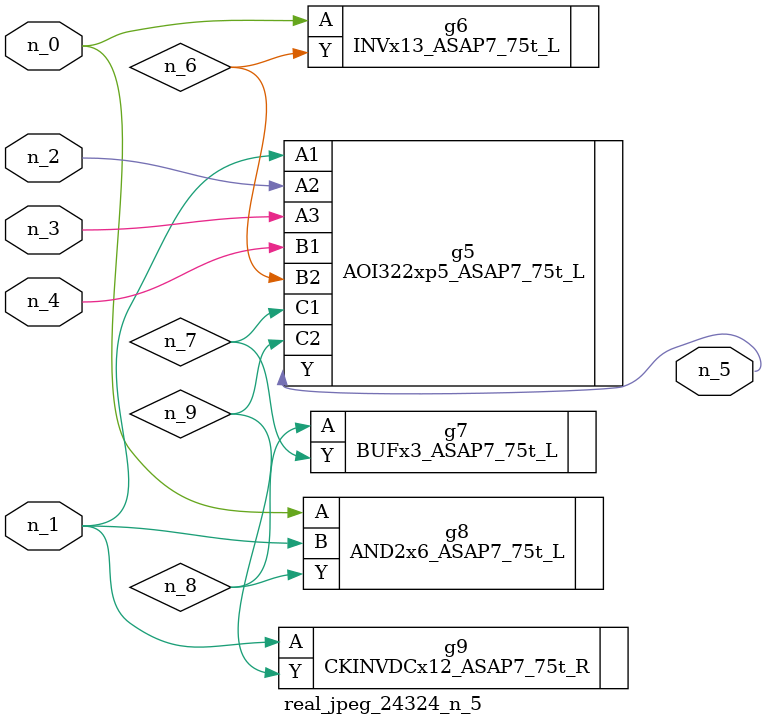
<source format=v>
module real_jpeg_24324_n_5 (n_4, n_0, n_1, n_2, n_3, n_5);

input n_4;
input n_0;
input n_1;
input n_2;
input n_3;

output n_5;

wire n_8;
wire n_6;
wire n_7;
wire n_9;

INVx13_ASAP7_75t_L g6 ( 
.A(n_0),
.Y(n_6)
);

AND2x6_ASAP7_75t_L g8 ( 
.A(n_0),
.B(n_1),
.Y(n_8)
);

AOI322xp5_ASAP7_75t_L g5 ( 
.A1(n_1),
.A2(n_2),
.A3(n_3),
.B1(n_4),
.B2(n_6),
.C1(n_7),
.C2(n_9),
.Y(n_5)
);

CKINVDCx12_ASAP7_75t_R g9 ( 
.A(n_1),
.Y(n_9)
);

BUFx3_ASAP7_75t_L g7 ( 
.A(n_8),
.Y(n_7)
);


endmodule
</source>
